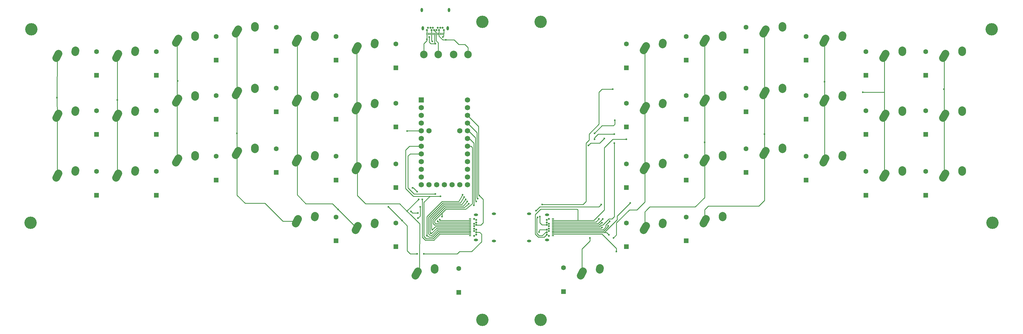
<source format=gbr>
G04 #@! TF.FileFunction,Copper,L1,Top,Signal*
%FSLAX46Y46*%
G04 Gerber Fmt 4.6, Leading zero omitted, Abs format (unit mm)*
G04 Created by KiCad (PCBNEW 4.0.7) date Tue Mar  6 17:21:56 2018*
%MOMM*%
%LPD*%
G01*
G04 APERTURE LIST*
%ADD10C,0.100000*%
%ADD11C,2.500000*%
%ADD12R,1.600000X1.600000*%
%ADD13C,1.600000*%
%ADD14O,0.800000X1.400000*%
%ADD15R,0.300000X0.700000*%
%ADD16C,0.650000*%
%ADD17O,1.400000X0.800000*%
%ADD18R,0.700000X0.300000*%
%ADD19R,1.752600X1.752600*%
%ADD20C,1.752600*%
%ADD21C,4.064000*%
%ADD22C,2.500000*%
%ADD23C,0.600000*%
%ADD24C,0.250000*%
G04 APERTURE END LIST*
D10*
D11*
X183750453Y-155000046D02*
X182939547Y-156459954D01*
X189289724Y-153920672D02*
X189250276Y-154499328D01*
X65250453Y-122750046D02*
X64439547Y-124209954D01*
X70789724Y-121670672D02*
X70750276Y-122249328D01*
D12*
X77750000Y-90400000D03*
D13*
X77750000Y-82600000D03*
D12*
X97500000Y-90400000D03*
D13*
X97500000Y-82600000D03*
D12*
X117250000Y-85400000D03*
D13*
X117250000Y-77600000D03*
D12*
X137000000Y-82400000D03*
D13*
X137000000Y-74600000D03*
D12*
X156750000Y-85400000D03*
D13*
X156750000Y-77600000D03*
D12*
X176500000Y-87900000D03*
D13*
X176500000Y-80100000D03*
D12*
X77750000Y-109900000D03*
D13*
X77750000Y-102100000D03*
D12*
X97500000Y-109900000D03*
D13*
X97500000Y-102100000D03*
D12*
X117250000Y-104900000D03*
D13*
X117250000Y-97100000D03*
D12*
X137000000Y-102400000D03*
D13*
X137000000Y-94600000D03*
D12*
X156750000Y-104900000D03*
D13*
X156750000Y-97100000D03*
D12*
X176500000Y-107400000D03*
D13*
X176500000Y-99600000D03*
D12*
X77750000Y-129900000D03*
D13*
X77750000Y-122100000D03*
D12*
X97500000Y-129900000D03*
D13*
X97500000Y-122100000D03*
D12*
X117250000Y-124900000D03*
D13*
X117250000Y-117100000D03*
D12*
X137000000Y-122400000D03*
D13*
X137000000Y-114600000D03*
D12*
X156750000Y-124900000D03*
D13*
X156750000Y-117100000D03*
D12*
X176500000Y-127400000D03*
D13*
X176500000Y-119600000D03*
D12*
X156750000Y-144900000D03*
D13*
X156750000Y-137100000D03*
D12*
X176500000Y-146900000D03*
D13*
X176500000Y-139100000D03*
D12*
X197250000Y-161900000D03*
D13*
X197250000Y-154100000D03*
D14*
X193630000Y-74860000D03*
D15*
X192250000Y-76770000D03*
X191750000Y-76770000D03*
X191250000Y-76770000D03*
X190750000Y-76770000D03*
X190250000Y-76770000D03*
X189750000Y-76770000D03*
X189250000Y-76770000D03*
X186750000Y-76770000D03*
X187750000Y-76770000D03*
X188250000Y-76770000D03*
X188750000Y-76770000D03*
X187250000Y-76770000D03*
D14*
X185370000Y-74860000D03*
X185010000Y-68910000D03*
X193990000Y-68910000D03*
D16*
X186700000Y-75460000D03*
X188300000Y-75460000D03*
X189100000Y-75460000D03*
X189900000Y-75460000D03*
X190700000Y-75460000D03*
X192300000Y-75460000D03*
X187100000Y-74760000D03*
X187900000Y-74760000D03*
X188700000Y-74760000D03*
X190300000Y-74760000D03*
X191100000Y-74760000D03*
X191900000Y-74760000D03*
D17*
X202890000Y-144630000D03*
D18*
X200980000Y-143250000D03*
X200980000Y-142750000D03*
X200980000Y-142250000D03*
X200980000Y-141750000D03*
X200980000Y-141250000D03*
X200980000Y-140750000D03*
X200980000Y-140250000D03*
X200980000Y-137750000D03*
X200980000Y-138750000D03*
X200980000Y-139250000D03*
X200980000Y-139750000D03*
X200980000Y-138250000D03*
D17*
X202890000Y-136370000D03*
X208840000Y-136010000D03*
X208840000Y-144990000D03*
D16*
X202290000Y-137700000D03*
X202290000Y-139300000D03*
X202290000Y-140100000D03*
X202290000Y-140900000D03*
X202290000Y-141700000D03*
X202290000Y-143300000D03*
X202990000Y-138100000D03*
X202990000Y-138900000D03*
X202990000Y-139700000D03*
X202990000Y-141300000D03*
X202990000Y-142100000D03*
X202990000Y-142900000D03*
D11*
X65250453Y-83250046D02*
X64439547Y-84709954D01*
X70789724Y-82170672D02*
X70750276Y-82749328D01*
X85000453Y-83250046D02*
X84189547Y-84709954D01*
X90539724Y-82170672D02*
X90500276Y-82749328D01*
X104750453Y-78250046D02*
X103939547Y-79709954D01*
X110289724Y-77170672D02*
X110250276Y-77749328D01*
X124500453Y-75250046D02*
X123689547Y-76709954D01*
X130039724Y-74170672D02*
X130000276Y-74749328D01*
X144250453Y-78250046D02*
X143439547Y-79709954D01*
X149789724Y-77170672D02*
X149750276Y-77749328D01*
X164000453Y-80750046D02*
X163189547Y-82209954D01*
X169539724Y-79670672D02*
X169500276Y-80249328D01*
X65250453Y-103000046D02*
X64439547Y-104459954D01*
X70789724Y-101920672D02*
X70750276Y-102499328D01*
X85000453Y-103000046D02*
X84189547Y-104459954D01*
X90539724Y-101920672D02*
X90500276Y-102499328D01*
X104750453Y-98000046D02*
X103939547Y-99459954D01*
X110289724Y-96920672D02*
X110250276Y-97499328D01*
X124500453Y-95500046D02*
X123689547Y-96959954D01*
X130039724Y-94420672D02*
X130000276Y-94999328D01*
X144250453Y-98000046D02*
X143439547Y-99459954D01*
X149789724Y-96920672D02*
X149750276Y-97499328D01*
X164000453Y-100500046D02*
X163189547Y-101959954D01*
X169539724Y-99420672D02*
X169500276Y-99999328D01*
X85000453Y-122750046D02*
X84189547Y-124209954D01*
X90539724Y-121670672D02*
X90500276Y-122249328D01*
X104750453Y-117750046D02*
X103939547Y-119209954D01*
X110289724Y-116670672D02*
X110250276Y-117249328D01*
X124500453Y-115250046D02*
X123689547Y-116709954D01*
X130039724Y-114170672D02*
X130000276Y-114749328D01*
X144250453Y-117750046D02*
X143439547Y-119209954D01*
X149789724Y-116670672D02*
X149750276Y-117249328D01*
X164000453Y-120250046D02*
X163189547Y-121709954D01*
X169539724Y-119170672D02*
X169500276Y-119749328D01*
X144250453Y-137750046D02*
X143439547Y-139209954D01*
X149789724Y-136670672D02*
X149750276Y-137249328D01*
X164000453Y-140000046D02*
X163189547Y-141459954D01*
X169539724Y-138920672D02*
X169500276Y-139499328D01*
D19*
X184880000Y-98530000D03*
D20*
X184880000Y-101070000D03*
X184880000Y-103610000D03*
X184880000Y-106150000D03*
X184880000Y-108690000D03*
X184880000Y-111230000D03*
X184880000Y-113770000D03*
X184880000Y-116310000D03*
X184880000Y-118850000D03*
X184880000Y-121390000D03*
X184880000Y-123930000D03*
X184880000Y-126470000D03*
X187420000Y-126470000D03*
X189960000Y-126470000D03*
X192500000Y-126470000D03*
X195040000Y-126470000D03*
X197580000Y-126470000D03*
X200120000Y-126470000D03*
X200120000Y-123930000D03*
X200120000Y-121390000D03*
X200120000Y-118850000D03*
X200120000Y-116310000D03*
X200120000Y-113770000D03*
X200120000Y-111230000D03*
X200120000Y-108690000D03*
X200120000Y-106150000D03*
X200120000Y-103610000D03*
X200120000Y-101070000D03*
X200120000Y-98530000D03*
X197580000Y-108690000D03*
X187420000Y-108690000D03*
D12*
X252500000Y-87900000D03*
D13*
X252500000Y-80100000D03*
D12*
X272250000Y-85400000D03*
D13*
X272250000Y-77600000D03*
D12*
X292000000Y-82400000D03*
D13*
X292000000Y-74600000D03*
D12*
X311750000Y-85400000D03*
D13*
X311750000Y-77600000D03*
D12*
X331500000Y-90400000D03*
D13*
X331500000Y-82600000D03*
D12*
X351250000Y-90400000D03*
D13*
X351250000Y-82600000D03*
D12*
X252500000Y-107400000D03*
D13*
X252500000Y-99600000D03*
D12*
X272250000Y-104900000D03*
D13*
X272250000Y-97100000D03*
D12*
X292000000Y-102400000D03*
D13*
X292000000Y-94600000D03*
D12*
X311750000Y-104900000D03*
D13*
X311750000Y-97100000D03*
D12*
X331500000Y-109900000D03*
D13*
X331500000Y-102100000D03*
D12*
X351250000Y-109900000D03*
D13*
X351250000Y-102100000D03*
D12*
X252500000Y-127400000D03*
D13*
X252500000Y-119600000D03*
D12*
X272250000Y-124900000D03*
D13*
X272250000Y-117100000D03*
D12*
X292000000Y-122400000D03*
D13*
X292000000Y-114600000D03*
D12*
X311750000Y-124900000D03*
D13*
X311750000Y-117100000D03*
D12*
X331500000Y-129900000D03*
D13*
X331500000Y-122100000D03*
D12*
X351250000Y-129900000D03*
D13*
X351250000Y-122100000D03*
D12*
X252500000Y-146900000D03*
D13*
X252500000Y-139100000D03*
D12*
X272250000Y-144900000D03*
D13*
X272250000Y-137100000D03*
D12*
X231750000Y-161650000D03*
D13*
X231750000Y-153850000D03*
D17*
X226360000Y-136370000D03*
D18*
X228270000Y-137750000D03*
X228270000Y-138250000D03*
X228270000Y-138750000D03*
X228270000Y-139250000D03*
X228270000Y-139750000D03*
X228270000Y-140250000D03*
X228270000Y-140750000D03*
X228270000Y-143250000D03*
X228270000Y-142250000D03*
X228270000Y-141750000D03*
X228270000Y-141250000D03*
X228270000Y-142750000D03*
D17*
X226360000Y-144630000D03*
X220410000Y-144990000D03*
X220410000Y-136010000D03*
D16*
X226960000Y-143300000D03*
X226960000Y-141700000D03*
X226960000Y-140900000D03*
X226960000Y-140100000D03*
X226960000Y-139300000D03*
X226960000Y-137700000D03*
X226260000Y-142900000D03*
X226260000Y-142100000D03*
X226260000Y-141300000D03*
X226260000Y-139700000D03*
X226260000Y-138900000D03*
X226260000Y-138100000D03*
D11*
X259000453Y-80750046D02*
X258189547Y-82209954D01*
X264539724Y-79670672D02*
X264500276Y-80249328D01*
X278750453Y-78250046D02*
X277939547Y-79709954D01*
X284289724Y-77170672D02*
X284250276Y-77749328D01*
X298500453Y-75250046D02*
X297689547Y-76709954D01*
X304039724Y-74170672D02*
X304000276Y-74749328D01*
X318250453Y-78250046D02*
X317439547Y-79709954D01*
X323789724Y-77170672D02*
X323750276Y-77749328D01*
X338000453Y-83250046D02*
X337189547Y-84709954D01*
X343539724Y-82170672D02*
X343500276Y-82749328D01*
X357750453Y-83250046D02*
X356939547Y-84709954D01*
X363289724Y-82170672D02*
X363250276Y-82749328D01*
X259000453Y-100500046D02*
X258189547Y-101959954D01*
X264539724Y-99420672D02*
X264500276Y-99999328D01*
X278750453Y-98000046D02*
X277939547Y-99459954D01*
X284289724Y-96920672D02*
X284250276Y-97499328D01*
X298500453Y-95500046D02*
X297689547Y-96959954D01*
X304039724Y-94420672D02*
X304000276Y-94999328D01*
X318250453Y-98000046D02*
X317439547Y-99459954D01*
X323789724Y-96920672D02*
X323750276Y-97499328D01*
X338000453Y-103000046D02*
X337189547Y-104459954D01*
X343539724Y-101920672D02*
X343500276Y-102499328D01*
X357750453Y-103000046D02*
X356939547Y-104459954D01*
X363289724Y-101920672D02*
X363250276Y-102499328D01*
X259000453Y-120250046D02*
X258189547Y-121709954D01*
X264539724Y-119170672D02*
X264500276Y-119749328D01*
X278750453Y-117750046D02*
X277939547Y-119209954D01*
X284289724Y-116670672D02*
X284250276Y-117249328D01*
X298500453Y-115250046D02*
X297689547Y-116709954D01*
X304039724Y-114170672D02*
X304000276Y-114749328D01*
X318250453Y-117750046D02*
X317439547Y-119209954D01*
X323789724Y-116670672D02*
X323750276Y-117249328D01*
X338000453Y-122750046D02*
X337189547Y-124209954D01*
X343539724Y-121670672D02*
X343500276Y-122249328D01*
X357750453Y-122750046D02*
X356939547Y-124209954D01*
X363289724Y-121670672D02*
X363250276Y-122249328D01*
X259000453Y-140000046D02*
X258189547Y-141459954D01*
X264539724Y-138920672D02*
X264500276Y-139499328D01*
X278750453Y-137750046D02*
X277939547Y-139209954D01*
X284289724Y-136670672D02*
X284250276Y-137249328D01*
X238250453Y-155000046D02*
X237439547Y-156459954D01*
X243789724Y-153920672D02*
X243750276Y-154499328D01*
D21*
X56000000Y-139000000D03*
X224250000Y-171000000D03*
X205000000Y-171000000D03*
X205000000Y-72750000D03*
X56250000Y-75250000D03*
X224250000Y-72750000D03*
X373000000Y-75250000D03*
X373250000Y-139000000D03*
D22*
X185750000Y-83500000D03*
X190500000Y-83500000D03*
X195500000Y-83500000D03*
X200250000Y-83500000D03*
D23*
X243500000Y-137750000D03*
X222750000Y-135000000D03*
X223250000Y-137250000D03*
X244250000Y-133000000D03*
X191250000Y-130250000D03*
X185250000Y-131250000D03*
X252500000Y-111500000D03*
X189500000Y-129500000D03*
X246750000Y-143000000D03*
X190250000Y-138500000D03*
X183750000Y-135750000D03*
X181500000Y-135250000D03*
X178500000Y-138250000D03*
X183500000Y-149250000D03*
X185750000Y-149250000D03*
X253750000Y-132500000D03*
X174000000Y-133750000D03*
X249250000Y-148500000D03*
X191000000Y-138000000D03*
X244750000Y-137750000D03*
X248250000Y-144000000D03*
X240500000Y-144000000D03*
X186750000Y-143250000D03*
X198500000Y-129750000D03*
X244500000Y-139000000D03*
X223750000Y-142000000D03*
X278345000Y-112500000D03*
X199000000Y-130500000D03*
X204000000Y-130000000D03*
X242000000Y-111500000D03*
X248500000Y-109750000D03*
X188000000Y-142500000D03*
X298095000Y-109750000D03*
X248500000Y-112750000D03*
X199500000Y-131250000D03*
X203500000Y-131000000D03*
X242000000Y-109500000D03*
X244500000Y-140500000D03*
X248750000Y-105250000D03*
X317845000Y-92500000D03*
X188500000Y-141250000D03*
X200000000Y-132000000D03*
X203000000Y-132000000D03*
X246500000Y-140000000D03*
X357250000Y-95000000D03*
X245250000Y-111250000D03*
X240000000Y-113500000D03*
X183750000Y-137500000D03*
X184500000Y-133750000D03*
X191750000Y-137000000D03*
X247000000Y-138500000D03*
X248000000Y-95000000D03*
X224000000Y-137000000D03*
X224750000Y-133000000D03*
X200500000Y-132750000D03*
X202250000Y-133250000D03*
X330500000Y-96000000D03*
X64750000Y-97750000D03*
X84595000Y-98500000D03*
X104500000Y-92250000D03*
X124095000Y-109500000D03*
X180250000Y-108750000D03*
X182000000Y-127500000D03*
X183500000Y-128750000D03*
X157432500Y-134567500D03*
X184000000Y-131250000D03*
X186750000Y-78500000D03*
X192000000Y-77750000D03*
X193000000Y-78750000D03*
X188500000Y-79250000D03*
X187500000Y-77750000D03*
X189500000Y-80000000D03*
D24*
X228270000Y-138750000D02*
X235020000Y-138750000D01*
X242500000Y-138750000D02*
X243500000Y-137750000D01*
X235020000Y-138750000D02*
X242500000Y-138750000D01*
X226260000Y-142100000D02*
X225900000Y-142100000D01*
X223000000Y-137500000D02*
X223250000Y-137250000D01*
X223000000Y-142500000D02*
X223000000Y-137500000D01*
X223750000Y-143250000D02*
X223000000Y-142500000D01*
X224750000Y-143250000D02*
X223750000Y-143250000D01*
X225900000Y-142100000D02*
X224750000Y-143250000D01*
X231000000Y-133750000D02*
X224000000Y-133750000D01*
X231000000Y-133750000D02*
X243500000Y-133750000D01*
X244250000Y-133000000D02*
X243500000Y-133750000D01*
X224000000Y-133750000D02*
X222750000Y-135000000D01*
X200980000Y-142250000D02*
X193980000Y-142250000D01*
X190799998Y-142250000D02*
X188799998Y-144250000D01*
X188799998Y-144250000D02*
X186500000Y-144250000D01*
X186500000Y-144250000D02*
X185750000Y-143500000D01*
X185750000Y-143500000D02*
X185750000Y-132250000D01*
X185750000Y-132250000D02*
X187750000Y-130250000D01*
X193980000Y-142250000D02*
X191000000Y-142250000D01*
X191000000Y-142250000D02*
X190799998Y-142250000D01*
X187750000Y-130250000D02*
X191250000Y-130250000D01*
X184880000Y-113770000D02*
X180980000Y-113770000D01*
X182250000Y-130250000D02*
X187750000Y-130250000D01*
X179750000Y-127750000D02*
X182250000Y-130250000D01*
X179750000Y-115000000D02*
X179750000Y-127750000D01*
X180980000Y-113770000D02*
X179750000Y-115000000D01*
X228270000Y-138250000D02*
X235020000Y-138250000D01*
X235020000Y-138250000D02*
X236500000Y-138250000D01*
X231250000Y-134500000D02*
X224250000Y-134500000D01*
X231250000Y-134500000D02*
X236250000Y-134500000D01*
X236250000Y-134500000D02*
X236500000Y-134750000D01*
X236500000Y-138250000D02*
X236500000Y-134750000D01*
X225410000Y-143750000D02*
X226260000Y-142900000D01*
X223500000Y-143750000D02*
X225410000Y-143750000D01*
X222500000Y-142750000D02*
X223500000Y-143750000D01*
X222500000Y-136250000D02*
X222500000Y-142750000D01*
X224250000Y-134500000D02*
X222500000Y-136250000D01*
X200980000Y-142750000D02*
X193980000Y-142750000D01*
X189000000Y-144750000D02*
X186250000Y-144750000D01*
X186250000Y-144750000D02*
X185250000Y-143750000D01*
X185250000Y-143750000D02*
X185250000Y-131250000D01*
X193980000Y-142750000D02*
X191000000Y-142750000D01*
X191000000Y-142750000D02*
X189000000Y-144750000D01*
X236500000Y-138250000D02*
X236750000Y-138250000D01*
X236750000Y-138250000D02*
X241750000Y-138250000D01*
X248000000Y-111500000D02*
X252500000Y-111500000D01*
X245250000Y-114250000D02*
X248000000Y-111500000D01*
X245250000Y-134750000D02*
X245250000Y-114250000D01*
X241750000Y-138250000D02*
X245250000Y-134750000D01*
X180500000Y-118000000D02*
X180500000Y-117000000D01*
X189500000Y-129500000D02*
X182500000Y-129500000D01*
X182500000Y-129500000D02*
X180500000Y-127500000D01*
X180500000Y-127500000D02*
X180500000Y-118000000D01*
X181190000Y-116310000D02*
X184880000Y-116310000D01*
X180500000Y-117000000D02*
X181190000Y-116310000D01*
X228270000Y-142250000D02*
X235020000Y-142250000D01*
X235020000Y-142250000D02*
X245250000Y-142250000D01*
X246000000Y-142250000D02*
X246750000Y-143000000D01*
X245250000Y-142250000D02*
X246000000Y-142250000D01*
X200980000Y-138750000D02*
X193980000Y-138750000D01*
X190250000Y-138750000D02*
X190250000Y-138500000D01*
X183750000Y-135750000D02*
X182000000Y-135750000D01*
X182000000Y-135750000D02*
X181500000Y-135250000D01*
X193980000Y-138750000D02*
X191000000Y-138750000D01*
X191000000Y-138750000D02*
X190250000Y-138750000D01*
X204750000Y-143000000D02*
X204750000Y-142750000D01*
X201500000Y-148500000D02*
X204750000Y-145250000D01*
X204750000Y-145250000D02*
X204750000Y-143000000D01*
X178500000Y-138250000D02*
X180250000Y-140000000D01*
X180250000Y-148250000D02*
X180250000Y-140000000D01*
X181250000Y-149250000D02*
X180250000Y-148250000D01*
X183500000Y-149250000D02*
X181250000Y-149250000D01*
X196750000Y-149250000D02*
X185750000Y-149250000D01*
X197500000Y-148500000D02*
X196750000Y-149250000D01*
X197500000Y-148500000D02*
X201500000Y-148500000D01*
X204100000Y-142100000D02*
X202990000Y-142100000D01*
X204750000Y-142750000D02*
X204100000Y-142100000D01*
X249500000Y-136750000D02*
X253750000Y-132500000D01*
X249500000Y-138000000D02*
X249500000Y-136750000D01*
X245250000Y-142250000D02*
X249500000Y-138000000D01*
X178500000Y-138250000D02*
X174000000Y-133750000D01*
X228270000Y-142750000D02*
X235020000Y-142750000D01*
X244500000Y-142750000D02*
X249250000Y-147500000D01*
X249250000Y-147500000D02*
X249250000Y-148500000D01*
X235020000Y-142750000D02*
X244500000Y-142750000D01*
X200980000Y-138250000D02*
X193980000Y-138250000D01*
X191000000Y-138250000D02*
X191000000Y-138000000D01*
X193980000Y-138250000D02*
X191000000Y-138250000D01*
X228270000Y-139250000D02*
X235020000Y-139250000D01*
X243250000Y-139250000D02*
X244750000Y-137750000D01*
X235020000Y-139250000D02*
X243250000Y-139250000D01*
X200980000Y-141750000D02*
X193980000Y-141750000D01*
X190500000Y-141750000D02*
X188500000Y-143750000D01*
X188500000Y-143750000D02*
X187500000Y-143750000D01*
X187500000Y-143750000D02*
X186750000Y-143250000D01*
X193980000Y-141750000D02*
X190500000Y-141750000D01*
X258595000Y-120980000D02*
X258595000Y-132155000D01*
X249250000Y-143000000D02*
X248250000Y-144000000D01*
X249250000Y-139000000D02*
X249250000Y-143000000D01*
X253500000Y-134750000D02*
X249250000Y-139000000D01*
X256000000Y-134750000D02*
X253500000Y-134750000D01*
X258595000Y-132155000D02*
X256000000Y-134750000D01*
X237845000Y-155730000D02*
X237845000Y-147655000D01*
X237845000Y-147655000D02*
X240500000Y-145000000D01*
X240500000Y-145000000D02*
X240500000Y-144000000D01*
X258595000Y-81480000D02*
X258595000Y-101230000D01*
X258595000Y-101230000D02*
X258595000Y-120980000D01*
X186750000Y-142500000D02*
X186750000Y-143250000D01*
X198500000Y-129750000D02*
X198549988Y-129818972D01*
X198549988Y-129818972D02*
X198442512Y-129896867D01*
X198442512Y-129896867D02*
X197250000Y-132000000D01*
X197250000Y-132000000D02*
X191750000Y-132000000D01*
X191750000Y-132000000D02*
X186750000Y-137000000D01*
X186750000Y-137000000D02*
X186750000Y-140250000D01*
X186750000Y-140250000D02*
X186750000Y-142500000D01*
X228270000Y-139750000D02*
X235020000Y-139750000D01*
X243500000Y-139750000D02*
X244250000Y-139000000D01*
X244250000Y-139000000D02*
X244500000Y-139000000D01*
X235020000Y-139750000D02*
X243500000Y-139750000D01*
X223950000Y-141300000D02*
X226260000Y-141300000D01*
X223750000Y-141500000D02*
X223950000Y-141300000D01*
X223750000Y-142000000D02*
X223750000Y-141500000D01*
X200980000Y-141250000D02*
X193980000Y-141250000D01*
X190299998Y-141250000D02*
X188250000Y-143250000D01*
X188250000Y-143250000D02*
X187500000Y-143000000D01*
X187500000Y-143000000D02*
X187250000Y-142500000D01*
X193980000Y-141250000D02*
X190299998Y-141250000D01*
X205250000Y-139000000D02*
X204500000Y-139750000D01*
X205250000Y-131250000D02*
X205250000Y-139000000D01*
X204000000Y-130000000D02*
X205250000Y-131250000D01*
X204500000Y-139750000D02*
X203040000Y-139750000D01*
X203040000Y-139750000D02*
X202990000Y-139700000D01*
X278345000Y-118480000D02*
X278345000Y-130655000D01*
X258595000Y-135405000D02*
X258595000Y-140730000D01*
X260250000Y-133750000D02*
X259250000Y-134750000D01*
X259250000Y-134750000D02*
X258595000Y-135405000D01*
X275250000Y-133750000D02*
X260250000Y-133750000D01*
X278345000Y-130655000D02*
X275250000Y-133750000D01*
X278345000Y-78980000D02*
X278345000Y-98730000D01*
X278345000Y-98730000D02*
X278345000Y-112500000D01*
X278345000Y-112500000D02*
X278345000Y-118480000D01*
X187250000Y-140000000D02*
X187250000Y-142500000D01*
X187250000Y-137250000D02*
X187250000Y-140000000D01*
X187431801Y-137068199D02*
X187250000Y-137250000D01*
X192000000Y-132500000D02*
X187431801Y-137068199D01*
X197750000Y-132500000D02*
X192000000Y-132500000D01*
X197750000Y-132500000D02*
X199000000Y-130500000D01*
X187250000Y-142500000D02*
X187250000Y-142500000D01*
X200120000Y-103610000D02*
X200120000Y-103620000D01*
X200120000Y-103620000D02*
X203750000Y-107250000D01*
X203750000Y-107250000D02*
X203750000Y-129750000D01*
X203750000Y-129750000D02*
X204000000Y-130000000D01*
X242000000Y-111000000D02*
X242000000Y-111500000D01*
X243250000Y-109750000D02*
X242000000Y-111000000D01*
X248500000Y-109750000D02*
X243250000Y-109750000D01*
X228270000Y-140250000D02*
X235020000Y-140250000D01*
X244750000Y-139750000D02*
X246750000Y-137750000D01*
X235020000Y-140250000D02*
X243750000Y-140250000D01*
X243750000Y-140250000D02*
X244250000Y-139750000D01*
X244250000Y-139750000D02*
X244750000Y-139750000D01*
X200980000Y-140750000D02*
X193980000Y-140750000D01*
X188250000Y-142500000D02*
X188000000Y-142500000D01*
X190000000Y-140750000D02*
X193980000Y-140750000D01*
X188250000Y-142500000D02*
X190000000Y-140750000D01*
X248500000Y-137000000D02*
X248500000Y-112750000D01*
X247750000Y-137750000D02*
X248500000Y-137000000D01*
X246750000Y-137750000D02*
X247750000Y-137750000D01*
X246750000Y-137750000D02*
X246750000Y-137750000D01*
X298095000Y-115980000D02*
X298095000Y-131655000D01*
X278345000Y-134655000D02*
X278345000Y-138480000D01*
X279500000Y-133500000D02*
X278345000Y-134655000D01*
X296250000Y-133500000D02*
X279500000Y-133500000D01*
X298095000Y-131655000D02*
X296250000Y-133500000D01*
X298095000Y-75980000D02*
X298095000Y-96230000D01*
X298095000Y-96230000D02*
X298095000Y-109750000D01*
X298095000Y-109750000D02*
X298095000Y-115980000D01*
X187750000Y-139750000D02*
X187750000Y-142250000D01*
X187750000Y-142250000D02*
X188000000Y-142500000D01*
X199500000Y-131250000D02*
X198250000Y-133000000D01*
X198250000Y-133000000D02*
X192250000Y-133000000D01*
X192250000Y-133000000D02*
X187750000Y-137500000D01*
X187750000Y-137500000D02*
X187750000Y-139750000D01*
X200120000Y-106150000D02*
X200150000Y-106150000D01*
X200150000Y-106150000D02*
X203250000Y-109250000D01*
X203250000Y-109250000D02*
X203250000Y-130750000D01*
X203250000Y-130750000D02*
X203500000Y-131000000D01*
X242000000Y-109500000D02*
X244500000Y-107000000D01*
X228270000Y-140750000D02*
X235020000Y-140750000D01*
X244250000Y-140750000D02*
X244500000Y-140500000D01*
X235020000Y-140750000D02*
X244250000Y-140750000D01*
X200980000Y-140250000D02*
X193980000Y-140250000D01*
X189500000Y-140250000D02*
X188500000Y-141250000D01*
X193980000Y-140250000D02*
X189500000Y-140250000D01*
X248750000Y-105250000D02*
X248750000Y-106500000D01*
X248750000Y-106500000D02*
X248250000Y-107000000D01*
X248250000Y-107000000D02*
X244500000Y-107000000D01*
X244500000Y-107000000D02*
X244500000Y-107000000D01*
X188250000Y-141000000D02*
X188500000Y-141250000D01*
X188250000Y-137750000D02*
X188250000Y-139500000D01*
X192500000Y-133500000D02*
X188250000Y-137750000D01*
X198750000Y-133500000D02*
X192500000Y-133500000D01*
X198750000Y-133500000D02*
X200000000Y-132000000D01*
X188250000Y-139500000D02*
X188250000Y-141000000D01*
X202750000Y-131500000D02*
X203000000Y-132000000D01*
X202750000Y-111000000D02*
X202750000Y-131500000D01*
X200440000Y-108690000D02*
X202750000Y-111000000D01*
X200120000Y-108690000D02*
X200440000Y-108690000D01*
X317845000Y-118480000D02*
X317845000Y-98730000D01*
X317845000Y-98730000D02*
X317845000Y-92500000D01*
X317845000Y-92500000D02*
X317845000Y-78980000D01*
X228270000Y-141750000D02*
X235020000Y-141750000D01*
X245000000Y-141750000D02*
X235020000Y-141750000D01*
X246500000Y-140250000D02*
X245000000Y-141750000D01*
X246500000Y-140000000D02*
X246500000Y-140250000D01*
X200980000Y-139250000D02*
X193980000Y-139250000D01*
X189243705Y-138250053D02*
X191750000Y-135747923D01*
X189243705Y-138250053D02*
X189250000Y-139000000D01*
X189250000Y-139000000D02*
X189500000Y-139250000D01*
X189500000Y-139250000D02*
X191000000Y-139250000D01*
X191000000Y-139250000D02*
X193980000Y-139250000D01*
X245250000Y-111250000D02*
X243750000Y-112750000D01*
X243750000Y-112750000D02*
X240750000Y-112750000D01*
X240750000Y-112750000D02*
X240000000Y-113500000D01*
X357250000Y-95000000D02*
X357345000Y-95000000D01*
X357345000Y-95000000D02*
X357250000Y-95000000D01*
X357250000Y-95000000D02*
X357345000Y-95000000D01*
X191750000Y-135747923D02*
X191750000Y-137000000D01*
X183750000Y-137500000D02*
X184500000Y-136750000D01*
X184500000Y-136750000D02*
X184500000Y-133750000D01*
X191750000Y-135747923D02*
X191750000Y-135750000D01*
X191750000Y-135750000D02*
X191750000Y-135747923D01*
X200120000Y-113770000D02*
X201319998Y-113770000D01*
X193000000Y-134500000D02*
X191750000Y-135747923D01*
X199500000Y-134500000D02*
X193000000Y-134500000D01*
X201750000Y-132750000D02*
X199500000Y-134500000D01*
X201750000Y-114200002D02*
X201750000Y-132750000D01*
X201319998Y-113770000D02*
X201750000Y-114200002D01*
X357345000Y-83980000D02*
X357345000Y-95000000D01*
X357345000Y-95000000D02*
X357345000Y-103730000D01*
X357345000Y-103730000D02*
X357345000Y-123480000D01*
X228270000Y-141250000D02*
X235020000Y-141250000D01*
X244750000Y-141250000D02*
X244863602Y-141250000D01*
X244750000Y-141250000D02*
X235020000Y-141250000D01*
X245750000Y-140363602D02*
X245750000Y-139750000D01*
X244863602Y-141250000D02*
X245750000Y-140363602D01*
X245750000Y-139750000D02*
X247000000Y-138500000D01*
X230750000Y-133000000D02*
X224750000Y-133000000D01*
X248000000Y-95000000D02*
X244750000Y-95000000D01*
X230750000Y-133000000D02*
X238250000Y-133000000D01*
X238250000Y-133000000D02*
X239250000Y-132000000D01*
X239250000Y-132000000D02*
X239250000Y-112750000D01*
X239250000Y-112750000D02*
X240250000Y-111750000D01*
X240250000Y-111750000D02*
X240250000Y-109750000D01*
X240250000Y-109750000D02*
X243500000Y-106500000D01*
X243500000Y-106500000D02*
X243500000Y-96500000D01*
X243500000Y-96000000D02*
X244500000Y-95000000D01*
X244500000Y-95000000D02*
X244750000Y-95000000D01*
X243500000Y-96500000D02*
X243500000Y-96000000D01*
X224700000Y-139700000D02*
X226260000Y-139700000D01*
X224000000Y-139000000D02*
X224700000Y-139700000D01*
X224000000Y-137000000D02*
X224000000Y-139000000D01*
X200980000Y-139750000D02*
X193980000Y-139750000D01*
X189250000Y-139750000D02*
X188750000Y-139250000D01*
X188750000Y-139250000D02*
X188750000Y-138000000D01*
X188750000Y-138000000D02*
X192750000Y-134000000D01*
X192750000Y-134000000D02*
X199000000Y-134000000D01*
X199000000Y-134000000D02*
X200500000Y-132750000D01*
X193980000Y-139750000D02*
X191000000Y-139750000D01*
X191000000Y-139750000D02*
X189250000Y-139750000D01*
X202250000Y-112750000D02*
X202250000Y-133250000D01*
X337595000Y-96000000D02*
X330500000Y-96000000D01*
X200120000Y-111230000D02*
X200730000Y-111230000D01*
X200730000Y-111230000D02*
X202250000Y-112750000D01*
X337595000Y-83980000D02*
X337595000Y-96000000D01*
X337595000Y-96000000D02*
X337595000Y-103730000D01*
X337595000Y-103730000D02*
X337595000Y-123480000D01*
X64845000Y-83980000D02*
X64750000Y-97750000D01*
X64750000Y-97750000D02*
X64845000Y-103730000D01*
X64845000Y-103730000D02*
X64845000Y-123480000D01*
X84595000Y-83980000D02*
X84595000Y-98500000D01*
X84595000Y-98500000D02*
X84595000Y-103730000D01*
X84595000Y-103730000D02*
X84595000Y-123480000D01*
X104345000Y-92250000D02*
X104500000Y-92250000D01*
X104345000Y-78980000D02*
X104345000Y-92250000D01*
X104345000Y-92250000D02*
X104345000Y-98730000D01*
X104345000Y-98730000D02*
X104345000Y-118480000D01*
X184880000Y-108690000D02*
X180310000Y-108690000D01*
X180250000Y-108750000D02*
X180310000Y-108690000D01*
X124095000Y-115980000D02*
X124095000Y-129905000D01*
X139230000Y-138480000D02*
X143845000Y-138480000D01*
X133310000Y-132560000D02*
X139230000Y-138480000D01*
X126750000Y-132560000D02*
X133310000Y-132560000D01*
X124095000Y-129905000D02*
X126750000Y-132560000D01*
X124095000Y-75980000D02*
X124095000Y-96230000D01*
X124095000Y-96230000D02*
X124095000Y-109500000D01*
X124095000Y-109500000D02*
X124095000Y-115980000D01*
X182250000Y-127500000D02*
X182000000Y-127500000D01*
X183500000Y-128750000D02*
X182250000Y-127500000D01*
X143845000Y-78980000D02*
X143750000Y-79250000D01*
X143750000Y-79250000D02*
X144000000Y-79750000D01*
X144000000Y-79750000D02*
X144000000Y-99250000D01*
X144000000Y-99250000D02*
X144000000Y-118635000D01*
X144000000Y-118635000D02*
X144000000Y-129750000D01*
X144000000Y-129750000D02*
X146750000Y-132750000D01*
X146750000Y-132750000D02*
X155615000Y-132750000D01*
X155615000Y-132750000D02*
X157432500Y-134567500D01*
X157432500Y-134567500D02*
X157682500Y-134817500D01*
X157682500Y-134817500D02*
X163595000Y-140730000D01*
X184250000Y-154825000D02*
X184250000Y-152750000D01*
X184345000Y-139345000D02*
X184250000Y-152750000D01*
X181375000Y-136375000D02*
X184345000Y-139345000D01*
X181375000Y-136375000D02*
X180250000Y-135250000D01*
X184250000Y-154825000D02*
X183345000Y-155730000D01*
X184000000Y-131250000D02*
X180125000Y-135125000D01*
X180125000Y-135125000D02*
X180250000Y-135250000D01*
X163595000Y-81480000D02*
X163595000Y-101230000D01*
X163595000Y-101230000D02*
X163595000Y-120980000D01*
X163595000Y-120980000D02*
X163750000Y-121135000D01*
X163750000Y-121135000D02*
X163750000Y-130000000D01*
X177750000Y-132750000D02*
X180250000Y-135250000D01*
X166500000Y-132750000D02*
X177750000Y-132750000D01*
X163750000Y-130000000D02*
X166500000Y-132750000D01*
X186700000Y-75460000D02*
X186700000Y-76720000D01*
X186700000Y-76720000D02*
X186750000Y-76770000D01*
X192300000Y-75460000D02*
X192300000Y-76720000D01*
X192300000Y-76720000D02*
X192250000Y-76770000D01*
X192250000Y-76770000D02*
X192250000Y-77500000D01*
X192250000Y-77500000D02*
X192000000Y-77750000D01*
X186750000Y-76770000D02*
X186750000Y-78500000D01*
X186750000Y-78500000D02*
X186750000Y-79000000D01*
X185750000Y-80000000D02*
X185750000Y-83500000D01*
X186750000Y-79000000D02*
X185750000Y-80000000D01*
X188300000Y-75460000D02*
X188300000Y-76720000D01*
X188300000Y-76720000D02*
X188250000Y-76770000D01*
X190700000Y-75460000D02*
X190700000Y-76720000D01*
X190700000Y-76720000D02*
X190750000Y-76770000D01*
X188250000Y-76770000D02*
X188250000Y-79000000D01*
X188250000Y-79000000D02*
X188500000Y-79250000D01*
X190750000Y-76770000D02*
X190750000Y-77500000D01*
X200250000Y-81250000D02*
X200250000Y-83500000D01*
X199250000Y-80250000D02*
X200250000Y-81250000D01*
X197250000Y-80250000D02*
X199250000Y-80250000D01*
X195750000Y-78750000D02*
X197250000Y-80250000D01*
X192000000Y-78750000D02*
X193000000Y-78750000D01*
X193000000Y-78750000D02*
X195750000Y-78750000D01*
X190750000Y-77500000D02*
X192000000Y-78750000D01*
X189100000Y-75460000D02*
X189100000Y-75600000D01*
X189100000Y-75600000D02*
X189750000Y-76250000D01*
X189750000Y-76250000D02*
X189750000Y-76770000D01*
X189750000Y-76770000D02*
X189750000Y-79000000D01*
X190500000Y-79750000D02*
X190500000Y-83500000D01*
X189750000Y-79000000D02*
X190500000Y-79750000D01*
X187500000Y-77750000D02*
X187500000Y-79500000D01*
X188000000Y-80000000D02*
X189500000Y-80000000D01*
X187500000Y-79500000D02*
X188000000Y-80000000D01*
X189900000Y-75460000D02*
X189900000Y-75600000D01*
X189250000Y-76770000D02*
X189250000Y-79750000D01*
X189250000Y-79750000D02*
X189500000Y-80000000D01*
M02*

</source>
